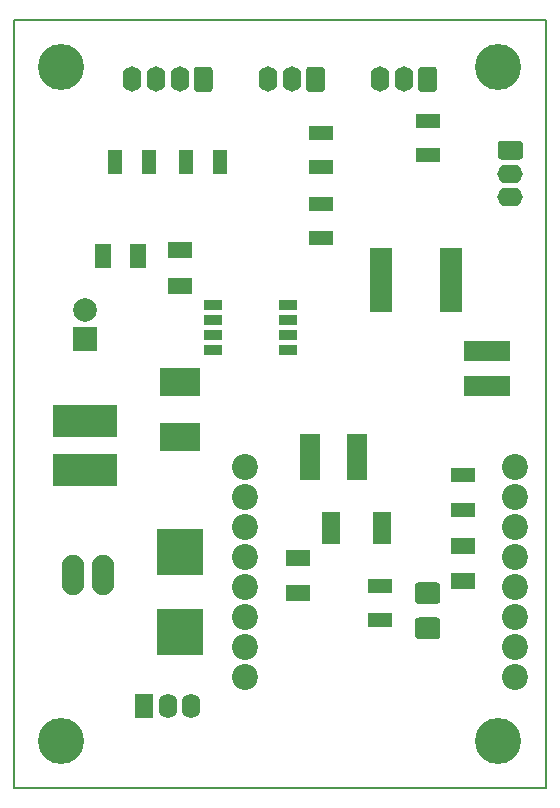
<source format=gbr>
%TF.GenerationSoftware,KiCad,Pcbnew,5.0.0*%
%TF.CreationDate,2018-10-12T22:56:55+01:00*%
%TF.ProjectId,ESP8266_home_battery_controller,455350383236365F686F6D655F626174,rev?*%
%TF.SameCoordinates,Original*%
%TF.FileFunction,Soldermask,Top*%
%TF.FilePolarity,Negative*%
%FSLAX46Y46*%
G04 Gerber Fmt 4.6, Leading zero omitted, Abs format (unit mm)*
G04 Created by KiCad (PCBNEW 5.0.0) date Fri Oct 12 22:56:55 2018*
%MOMM*%
%LPD*%
G01*
G04 APERTURE LIST*
%ADD10C,0.150000*%
%ADD11R,5.500000X2.750000*%
%ADD12R,1.500000X0.650000*%
%ADD13R,1.900000X0.850000*%
%ADD14O,1.600000X2.150000*%
%ADD15C,0.100000*%
%ADD16C,1.600000*%
%ADD17R,2.100000X1.300000*%
%ADD18C,2.200000*%
%ADD19C,2.000000*%
%ADD20R,2.000000X2.000000*%
%ADD21R,3.900000X3.900000*%
%ADD22R,1.670000X1.370000*%
%ADD23R,1.370000X1.670000*%
%ADD24O,1.910000X3.410000*%
%ADD25R,1.543000X0.908000*%
%ADD26R,1.400000X2.000000*%
%ADD27R,2.000000X1.400000*%
%ADD28R,3.400000X2.400000*%
%ADD29R,1.600000X2.100000*%
%ADD30O,1.600000X2.100000*%
%ADD31R,1.300000X2.100000*%
%ADD32C,3.900000*%
%ADD33O,2.150000X1.600000*%
%ADD34C,1.825000*%
G04 APERTURE END LIST*
D10*
X150000000Y-55000000D02*
X195000000Y-55000000D01*
X150000000Y-120000000D02*
X150000000Y-55000000D01*
X195000000Y-120000000D02*
X150000000Y-120000000D01*
X195000000Y-55000000D02*
X195000000Y-120000000D01*
D11*
X156000000Y-88925000D03*
X156000000Y-93075000D03*
D12*
X181150000Y-97000000D03*
X181150000Y-97500000D03*
X181150000Y-98000000D03*
X181150000Y-98500000D03*
X181150000Y-99000000D03*
X176850000Y-99000000D03*
X176850000Y-98500000D03*
X176850000Y-98000000D03*
X176850000Y-97500000D03*
X176850000Y-97000000D03*
D13*
X186950000Y-74725000D03*
X186950000Y-75375000D03*
X186950000Y-76025000D03*
X186950000Y-76675000D03*
X186950000Y-77325000D03*
X186950000Y-77975000D03*
X186950000Y-78625000D03*
X186950000Y-79275000D03*
X181050000Y-79275000D03*
X181050000Y-78625000D03*
X181050000Y-77975000D03*
X181050000Y-77325000D03*
X181050000Y-76675000D03*
X181050000Y-76025000D03*
X181050000Y-75375000D03*
X181050000Y-74725000D03*
D14*
X181000000Y-60000000D03*
X183000000Y-60000000D03*
D15*
G36*
X185499340Y-58926605D02*
X185531698Y-58931405D01*
X185563429Y-58939353D01*
X185594229Y-58950373D01*
X185623800Y-58964359D01*
X185651857Y-58981177D01*
X185678132Y-59000663D01*
X185702369Y-59022631D01*
X185724337Y-59046868D01*
X185743823Y-59073143D01*
X185760641Y-59101200D01*
X185774627Y-59130771D01*
X185785647Y-59161571D01*
X185793595Y-59193302D01*
X185798395Y-59225660D01*
X185800000Y-59258332D01*
X185800000Y-60741668D01*
X185798395Y-60774340D01*
X185793595Y-60806698D01*
X185785647Y-60838429D01*
X185774627Y-60869229D01*
X185760641Y-60898800D01*
X185743823Y-60926857D01*
X185724337Y-60953132D01*
X185702369Y-60977369D01*
X185678132Y-60999337D01*
X185651857Y-61018823D01*
X185623800Y-61035641D01*
X185594229Y-61049627D01*
X185563429Y-61060647D01*
X185531698Y-61068595D01*
X185499340Y-61073395D01*
X185466668Y-61075000D01*
X184533332Y-61075000D01*
X184500660Y-61073395D01*
X184468302Y-61068595D01*
X184436571Y-61060647D01*
X184405771Y-61049627D01*
X184376200Y-61035641D01*
X184348143Y-61018823D01*
X184321868Y-60999337D01*
X184297631Y-60977369D01*
X184275663Y-60953132D01*
X184256177Y-60926857D01*
X184239359Y-60898800D01*
X184225373Y-60869229D01*
X184214353Y-60838429D01*
X184206405Y-60806698D01*
X184201605Y-60774340D01*
X184200000Y-60741668D01*
X184200000Y-59258332D01*
X184201605Y-59225660D01*
X184206405Y-59193302D01*
X184214353Y-59161571D01*
X184225373Y-59130771D01*
X184239359Y-59101200D01*
X184256177Y-59073143D01*
X184275663Y-59046868D01*
X184297631Y-59022631D01*
X184321868Y-59000663D01*
X184348143Y-58981177D01*
X184376200Y-58964359D01*
X184405771Y-58950373D01*
X184436571Y-58939353D01*
X184468302Y-58931405D01*
X184500660Y-58926605D01*
X184533332Y-58925000D01*
X185466668Y-58925000D01*
X185499340Y-58926605D01*
X185499340Y-58926605D01*
G37*
D16*
X185000000Y-60000000D03*
D14*
X171500000Y-60000000D03*
X173500000Y-60000000D03*
D15*
G36*
X175999340Y-58926605D02*
X176031698Y-58931405D01*
X176063429Y-58939353D01*
X176094229Y-58950373D01*
X176123800Y-58964359D01*
X176151857Y-58981177D01*
X176178132Y-59000663D01*
X176202369Y-59022631D01*
X176224337Y-59046868D01*
X176243823Y-59073143D01*
X176260641Y-59101200D01*
X176274627Y-59130771D01*
X176285647Y-59161571D01*
X176293595Y-59193302D01*
X176298395Y-59225660D01*
X176300000Y-59258332D01*
X176300000Y-60741668D01*
X176298395Y-60774340D01*
X176293595Y-60806698D01*
X176285647Y-60838429D01*
X176274627Y-60869229D01*
X176260641Y-60898800D01*
X176243823Y-60926857D01*
X176224337Y-60953132D01*
X176202369Y-60977369D01*
X176178132Y-60999337D01*
X176151857Y-61018823D01*
X176123800Y-61035641D01*
X176094229Y-61049627D01*
X176063429Y-61060647D01*
X176031698Y-61068595D01*
X175999340Y-61073395D01*
X175966668Y-61075000D01*
X175033332Y-61075000D01*
X175000660Y-61073395D01*
X174968302Y-61068595D01*
X174936571Y-61060647D01*
X174905771Y-61049627D01*
X174876200Y-61035641D01*
X174848143Y-61018823D01*
X174821868Y-60999337D01*
X174797631Y-60977369D01*
X174775663Y-60953132D01*
X174756177Y-60926857D01*
X174739359Y-60898800D01*
X174725373Y-60869229D01*
X174714353Y-60838429D01*
X174706405Y-60806698D01*
X174701605Y-60774340D01*
X174700000Y-60741668D01*
X174700000Y-59258332D01*
X174701605Y-59225660D01*
X174706405Y-59193302D01*
X174714353Y-59161571D01*
X174725373Y-59130771D01*
X174739359Y-59101200D01*
X174756177Y-59073143D01*
X174775663Y-59046868D01*
X174797631Y-59022631D01*
X174821868Y-59000663D01*
X174848143Y-58981177D01*
X174876200Y-58964359D01*
X174905771Y-58950373D01*
X174936571Y-58939353D01*
X174968302Y-58931405D01*
X175000660Y-58926605D01*
X175033332Y-58925000D01*
X175966668Y-58925000D01*
X175999340Y-58926605D01*
X175999340Y-58926605D01*
G37*
D16*
X175500000Y-60000000D03*
D14*
X160000000Y-60000000D03*
X162000000Y-60000000D03*
X164000000Y-60000000D03*
D15*
G36*
X166499340Y-58926605D02*
X166531698Y-58931405D01*
X166563429Y-58939353D01*
X166594229Y-58950373D01*
X166623800Y-58964359D01*
X166651857Y-58981177D01*
X166678132Y-59000663D01*
X166702369Y-59022631D01*
X166724337Y-59046868D01*
X166743823Y-59073143D01*
X166760641Y-59101200D01*
X166774627Y-59130771D01*
X166785647Y-59161571D01*
X166793595Y-59193302D01*
X166798395Y-59225660D01*
X166800000Y-59258332D01*
X166800000Y-60741668D01*
X166798395Y-60774340D01*
X166793595Y-60806698D01*
X166785647Y-60838429D01*
X166774627Y-60869229D01*
X166760641Y-60898800D01*
X166743823Y-60926857D01*
X166724337Y-60953132D01*
X166702369Y-60977369D01*
X166678132Y-60999337D01*
X166651857Y-61018823D01*
X166623800Y-61035641D01*
X166594229Y-61049627D01*
X166563429Y-61060647D01*
X166531698Y-61068595D01*
X166499340Y-61073395D01*
X166466668Y-61075000D01*
X165533332Y-61075000D01*
X165500660Y-61073395D01*
X165468302Y-61068595D01*
X165436571Y-61060647D01*
X165405771Y-61049627D01*
X165376200Y-61035641D01*
X165348143Y-61018823D01*
X165321868Y-60999337D01*
X165297631Y-60977369D01*
X165275663Y-60953132D01*
X165256177Y-60926857D01*
X165239359Y-60898800D01*
X165225373Y-60869229D01*
X165214353Y-60838429D01*
X165206405Y-60806698D01*
X165201605Y-60774340D01*
X165200000Y-60741668D01*
X165200000Y-59258332D01*
X165201605Y-59225660D01*
X165206405Y-59193302D01*
X165214353Y-59161571D01*
X165225373Y-59130771D01*
X165239359Y-59101200D01*
X165256177Y-59073143D01*
X165275663Y-59046868D01*
X165297631Y-59022631D01*
X165321868Y-59000663D01*
X165348143Y-58981177D01*
X165376200Y-58964359D01*
X165405771Y-58950373D01*
X165436571Y-58939353D01*
X165468302Y-58931405D01*
X165500660Y-58926605D01*
X165533332Y-58925000D01*
X166466668Y-58925000D01*
X166499340Y-58926605D01*
X166499340Y-58926605D01*
G37*
D16*
X166000000Y-60000000D03*
D17*
X181000000Y-102924779D03*
X181000000Y-105824779D03*
X188000000Y-96450000D03*
X188000000Y-93550000D03*
D18*
X169570000Y-92840000D03*
X169570000Y-95380000D03*
X169570000Y-97920000D03*
X169570000Y-100460000D03*
X169570000Y-103000000D03*
X169570000Y-105540000D03*
X169570000Y-108080000D03*
X169570000Y-110620000D03*
X192430000Y-110620000D03*
X192430000Y-108080000D03*
X192430000Y-105540000D03*
X192430000Y-103000000D03*
X192430000Y-100460000D03*
X192430000Y-97920000D03*
X192430000Y-95380000D03*
X192430000Y-92840000D03*
D19*
X156000000Y-79500000D03*
D20*
X156000000Y-82000000D03*
D21*
X164000000Y-106800000D03*
X164000000Y-100000000D03*
D22*
X175000000Y-90730000D03*
X175000000Y-92000000D03*
X175000000Y-93270000D03*
X179000000Y-90730000D03*
X179000000Y-92000000D03*
X179000000Y-93270000D03*
D23*
X188730000Y-83000000D03*
X190000000Y-83000000D03*
X191270000Y-83000000D03*
X188730000Y-86000000D03*
X190000000Y-86000000D03*
X191270000Y-86000000D03*
D24*
X155000000Y-102000000D03*
X157540000Y-102000000D03*
D17*
X176000000Y-70550000D03*
X176000000Y-73450000D03*
D25*
X173175000Y-79095000D03*
X173175000Y-80365000D03*
X173175000Y-81635000D03*
X173175000Y-82905000D03*
X166825000Y-82905000D03*
X166825000Y-81635000D03*
X166825000Y-80365000D03*
X166825000Y-79095000D03*
D26*
X160500000Y-75000000D03*
X157500000Y-75000000D03*
D27*
X164000000Y-74500000D03*
X164000000Y-77500000D03*
D28*
X164000000Y-85675000D03*
X164000000Y-90325000D03*
D29*
X161000000Y-113030000D03*
D30*
X163000000Y-113030000D03*
X165000000Y-113030000D03*
D31*
X167450000Y-67000000D03*
X164550000Y-67000000D03*
X161450000Y-67000000D03*
X158550000Y-67000000D03*
D17*
X185000000Y-63550000D03*
X185000000Y-66450000D03*
X176000000Y-64550000D03*
X176000000Y-67450000D03*
D27*
X188000000Y-102500000D03*
X188000000Y-99500000D03*
X174000000Y-100500000D03*
X174000000Y-103500000D03*
D32*
X154000000Y-59000000D03*
X191000000Y-59000000D03*
X191000000Y-116000000D03*
X154000000Y-116000000D03*
D15*
G36*
X192774340Y-65201605D02*
X192806698Y-65206405D01*
X192838429Y-65214353D01*
X192869229Y-65225373D01*
X192898800Y-65239359D01*
X192926857Y-65256177D01*
X192953132Y-65275663D01*
X192977369Y-65297631D01*
X192999337Y-65321868D01*
X193018823Y-65348143D01*
X193035641Y-65376200D01*
X193049627Y-65405771D01*
X193060647Y-65436571D01*
X193068595Y-65468302D01*
X193073395Y-65500660D01*
X193075000Y-65533332D01*
X193075000Y-66466668D01*
X193073395Y-66499340D01*
X193068595Y-66531698D01*
X193060647Y-66563429D01*
X193049627Y-66594229D01*
X193035641Y-66623800D01*
X193018823Y-66651857D01*
X192999337Y-66678132D01*
X192977369Y-66702369D01*
X192953132Y-66724337D01*
X192926857Y-66743823D01*
X192898800Y-66760641D01*
X192869229Y-66774627D01*
X192838429Y-66785647D01*
X192806698Y-66793595D01*
X192774340Y-66798395D01*
X192741668Y-66800000D01*
X191258332Y-66800000D01*
X191225660Y-66798395D01*
X191193302Y-66793595D01*
X191161571Y-66785647D01*
X191130771Y-66774627D01*
X191101200Y-66760641D01*
X191073143Y-66743823D01*
X191046868Y-66724337D01*
X191022631Y-66702369D01*
X191000663Y-66678132D01*
X190981177Y-66651857D01*
X190964359Y-66623800D01*
X190950373Y-66594229D01*
X190939353Y-66563429D01*
X190931405Y-66531698D01*
X190926605Y-66499340D01*
X190925000Y-66466668D01*
X190925000Y-65533332D01*
X190926605Y-65500660D01*
X190931405Y-65468302D01*
X190939353Y-65436571D01*
X190950373Y-65405771D01*
X190964359Y-65376200D01*
X190981177Y-65348143D01*
X191000663Y-65321868D01*
X191022631Y-65297631D01*
X191046868Y-65275663D01*
X191073143Y-65256177D01*
X191101200Y-65239359D01*
X191130771Y-65225373D01*
X191161571Y-65214353D01*
X191193302Y-65206405D01*
X191225660Y-65201605D01*
X191258332Y-65200000D01*
X192741668Y-65200000D01*
X192774340Y-65201605D01*
X192774340Y-65201605D01*
G37*
D16*
X192000000Y-66000000D03*
D33*
X192000000Y-68000000D03*
X192000000Y-70000000D03*
D15*
G36*
X185786207Y-102601542D02*
X185817287Y-102606152D01*
X185847766Y-102613787D01*
X185877350Y-102624372D01*
X185905754Y-102637806D01*
X185932704Y-102653959D01*
X185957942Y-102672677D01*
X185981223Y-102693777D01*
X186002323Y-102717058D01*
X186021041Y-102742296D01*
X186037194Y-102769246D01*
X186050628Y-102797650D01*
X186061213Y-102827234D01*
X186068848Y-102857713D01*
X186073458Y-102888793D01*
X186075000Y-102920176D01*
X186075000Y-104104824D01*
X186073458Y-104136207D01*
X186068848Y-104167287D01*
X186061213Y-104197766D01*
X186050628Y-104227350D01*
X186037194Y-104255754D01*
X186021041Y-104282704D01*
X186002323Y-104307942D01*
X185981223Y-104331223D01*
X185957942Y-104352323D01*
X185932704Y-104371041D01*
X185905754Y-104387194D01*
X185877350Y-104400628D01*
X185847766Y-104411213D01*
X185817287Y-104418848D01*
X185786207Y-104423458D01*
X185754824Y-104425000D01*
X184245176Y-104425000D01*
X184213793Y-104423458D01*
X184182713Y-104418848D01*
X184152234Y-104411213D01*
X184122650Y-104400628D01*
X184094246Y-104387194D01*
X184067296Y-104371041D01*
X184042058Y-104352323D01*
X184018777Y-104331223D01*
X183997677Y-104307942D01*
X183978959Y-104282704D01*
X183962806Y-104255754D01*
X183949372Y-104227350D01*
X183938787Y-104197766D01*
X183931152Y-104167287D01*
X183926542Y-104136207D01*
X183925000Y-104104824D01*
X183925000Y-102920176D01*
X183926542Y-102888793D01*
X183931152Y-102857713D01*
X183938787Y-102827234D01*
X183949372Y-102797650D01*
X183962806Y-102769246D01*
X183978959Y-102742296D01*
X183997677Y-102717058D01*
X184018777Y-102693777D01*
X184042058Y-102672677D01*
X184067296Y-102653959D01*
X184094246Y-102637806D01*
X184122650Y-102624372D01*
X184152234Y-102613787D01*
X184182713Y-102606152D01*
X184213793Y-102601542D01*
X184245176Y-102600000D01*
X185754824Y-102600000D01*
X185786207Y-102601542D01*
X185786207Y-102601542D01*
G37*
D34*
X185000000Y-103512500D03*
D15*
G36*
X185786207Y-105576542D02*
X185817287Y-105581152D01*
X185847766Y-105588787D01*
X185877350Y-105599372D01*
X185905754Y-105612806D01*
X185932704Y-105628959D01*
X185957942Y-105647677D01*
X185981223Y-105668777D01*
X186002323Y-105692058D01*
X186021041Y-105717296D01*
X186037194Y-105744246D01*
X186050628Y-105772650D01*
X186061213Y-105802234D01*
X186068848Y-105832713D01*
X186073458Y-105863793D01*
X186075000Y-105895176D01*
X186075000Y-107079824D01*
X186073458Y-107111207D01*
X186068848Y-107142287D01*
X186061213Y-107172766D01*
X186050628Y-107202350D01*
X186037194Y-107230754D01*
X186021041Y-107257704D01*
X186002323Y-107282942D01*
X185981223Y-107306223D01*
X185957942Y-107327323D01*
X185932704Y-107346041D01*
X185905754Y-107362194D01*
X185877350Y-107375628D01*
X185847766Y-107386213D01*
X185817287Y-107393848D01*
X185786207Y-107398458D01*
X185754824Y-107400000D01*
X184245176Y-107400000D01*
X184213793Y-107398458D01*
X184182713Y-107393848D01*
X184152234Y-107386213D01*
X184122650Y-107375628D01*
X184094246Y-107362194D01*
X184067296Y-107346041D01*
X184042058Y-107327323D01*
X184018777Y-107306223D01*
X183997677Y-107282942D01*
X183978959Y-107257704D01*
X183962806Y-107230754D01*
X183949372Y-107202350D01*
X183938787Y-107172766D01*
X183931152Y-107142287D01*
X183926542Y-107111207D01*
X183925000Y-107079824D01*
X183925000Y-105895176D01*
X183926542Y-105863793D01*
X183931152Y-105832713D01*
X183938787Y-105802234D01*
X183949372Y-105772650D01*
X183962806Y-105744246D01*
X183978959Y-105717296D01*
X183997677Y-105692058D01*
X184018777Y-105668777D01*
X184042058Y-105647677D01*
X184067296Y-105628959D01*
X184094246Y-105612806D01*
X184122650Y-105599372D01*
X184152234Y-105588787D01*
X184182713Y-105581152D01*
X184213793Y-105576542D01*
X184245176Y-105575000D01*
X185754824Y-105575000D01*
X185786207Y-105576542D01*
X185786207Y-105576542D01*
G37*
D34*
X185000000Y-106487500D03*
M02*

</source>
